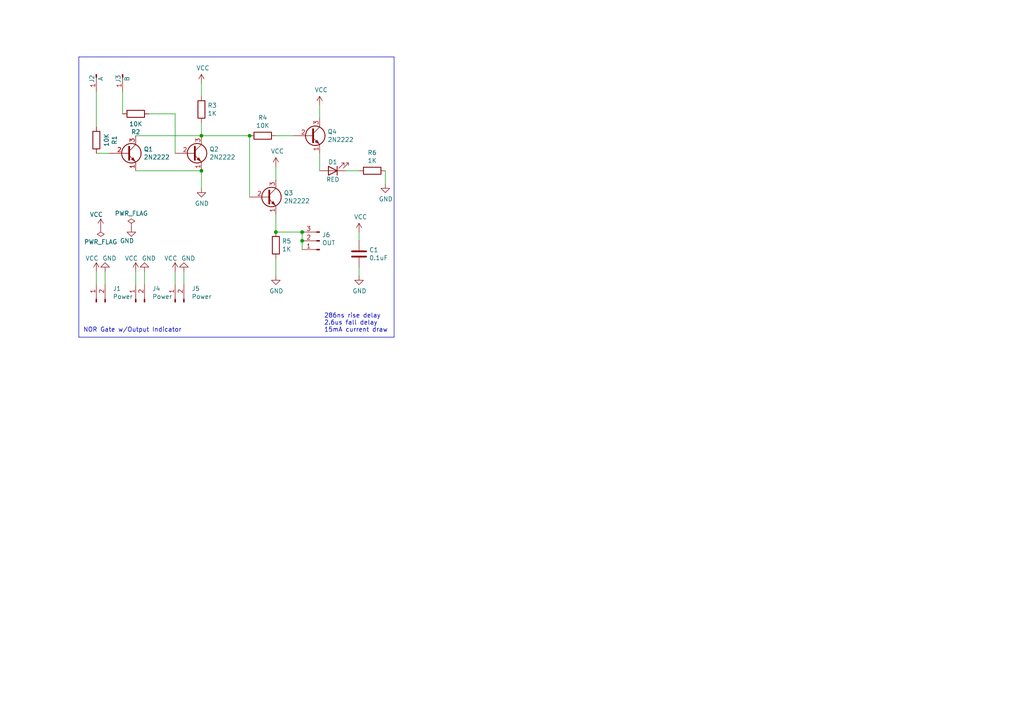
<source format=kicad_sch>
(kicad_sch (version 20230121) (generator eeschema)
  (paper "A4")
  (title_block (title "NOR Gate") (date "2019-12-22") (rev "1"))
  (lib_symbols
    (symbol "2n2222:2N2222" (pin_names (offset 0) hide)
      (property "Reference" "Q" (at 5.08 1.905 0))
      (property "Value" "2N2222" (at 5.08 0 0))
      (symbol "2N2222_0_1"
        (polyline (pts (xy 0.635 0.635) (xy 2.54 2.54)))
        (polyline (pts (xy 0.635 -0.635) (xy 2.54 -2.54) (xy 2.54 -2.54)))
        (polyline (pts (xy 0.635 1.905) (xy 0.635 -1.905) (xy 0.635 -1.905)) (stroke (width 0.508)))
        (polyline (pts (xy 1.27 -1.778) (xy 1.778 -1.27) (xy 2.286 -2.286) (xy 1.27 -1.778) (xy 1.27 -1.778)) (fill (type outline)))
        (circle (center 1.27 0) (radius 2.8194) (stroke (width 0.254)))
      )
      (symbol "2N2222_1_1"
        (pin passive line (at 2.54 -5.08 90) (length 2.54) (name "E") (number "1"))
        (pin passive line (at -5.08 0 0) (length 5.715) (name "B") (number "2"))
        (pin passive line (at 2.54 5.08 270) (length 2.54) (name "C") (number "3"))
      )
    )
    (symbol "Connector:Conn_01x01_Pin" (pin_names (offset 1.016) hide)
      (property "Reference" "J" (at 0 2.54 0))
      (property "Value" "Conn_01x01_Pin" (at 0 -2.54 0))
      (symbol "Conn_01x01_Pin_1_1"
        (polyline (pts (xy 1.27 0) (xy 0.8636 0)) (stroke (width 0.1524)))
        (rectangle (start 0.8636 0.127) (end 0 -0.127) (stroke (width 0.1524)) (fill (type outline)))
        (pin passive line (at 5.08 0 180) (length 3.81) (name "Pin_1") (number "1"))
      )
    )
    (symbol "Connector:Conn_01x02_Pin" (pin_names (offset 1.016) hide)
      (property "Reference" "J" (at 0 2.54 0))
      (property "Value" "Conn_01x02_Pin" (at 0 -5.08 0))
      (symbol "Conn_01x02_Pin_1_1"
        (polyline (pts (xy 1.27 -2.54) (xy 0.8636 -2.54)) (stroke (width 0.1524)))
        (polyline (pts (xy 1.27 0) (xy 0.8636 0)) (stroke (width 0.1524)))
        (rectangle (start 0.8636 -2.413) (end 0 -2.667) (stroke (width 0.1524)) (fill (type outline)))
        (rectangle (start 0.8636 0.127) (end 0 -0.127) (stroke (width 0.1524)) (fill (type outline)))
        (pin passive line (at 5.08 0 180) (length 3.81) (name "Pin_1") (number "1"))
        (pin passive line (at 5.08 -2.54 180) (length 3.81) (name "Pin_2") (number "2"))
      )
    )
    (symbol "Connector:Conn_01x03_Pin" (pin_names (offset 1.016) hide)
      (property "Reference" "J" (at 0 5.08 0))
      (property "Value" "Conn_01x03_Pin" (at 0 -5.08 0))
      (symbol "Conn_01x03_Pin_1_1"
        (polyline (pts (xy 1.27 -2.54) (xy 0.8636 -2.54)) (stroke (width 0.1524)))
        (polyline (pts (xy 1.27 0) (xy 0.8636 0)) (stroke (width 0.1524)))
        (polyline (pts (xy 1.27 2.54) (xy 0.8636 2.54)) (stroke (width 0.1524)))
        (rectangle (start 0.8636 -2.413) (end 0 -2.667) (stroke (width 0.1524)) (fill (type outline)))
        (rectangle (start 0.8636 0.127) (end 0 -0.127) (stroke (width 0.1524)) (fill (type outline)))
        (rectangle (start 0.8636 2.667) (end 0 2.413) (stroke (width 0.1524)) (fill (type outline)))
        (pin passive line (at 5.08 2.54 180) (length 3.81) (name "Pin_1") (number "1"))
        (pin passive line (at 5.08 0 180) (length 3.81) (name "Pin_2") (number "2"))
        (pin passive line (at 5.08 -2.54 180) (length 3.81) (name "Pin_3") (number "3"))
      )
    )
    (symbol "Device:C" (pin_numbers hide) (pin_names (offset 0.254))
      (property "Reference" "C" (at 0.635 2.54 0))
      (property "Value" "C" (at 0.635 -2.54 0))
      (symbol "C_0_1"
        (polyline (pts (xy -2.032 -0.762) (xy 2.032 -0.762)) (stroke (width 0.508)))
        (polyline (pts (xy -2.032 0.762) (xy 2.032 0.762)) (stroke (width 0.508)))
      )
      (symbol "C_1_1"
        (pin passive line (at 0 3.81 270) (length 2.794) (name "~") (number "1"))
        (pin passive line (at 0 -3.81 90) (length 2.794) (name "~") (number "2"))
      )
    )
    (symbol "Device:LED" (pin_numbers hide) (pin_names (offset 1.016) hide)
      (property "Reference" "D" (at 0 2.54 0))
      (property "Value" "LED" (at 0 -2.54 0))
      (symbol "LED_0_1"
        (polyline (pts (xy -1.27 -1.27) (xy -1.27 1.27)) (stroke (width 0.254)))
        (polyline (pts (xy -1.27 0) (xy 1.27 0)))
        (polyline (pts (xy 1.27 -1.27) (xy 1.27 1.27) (xy -1.27 0) (xy 1.27 -1.27)) (stroke (width 0.254)))
        (polyline (pts (xy -3.048 -0.762) (xy -4.572 -2.286) (xy -3.81 -2.286) (xy -4.572 -2.286) (xy -4.572 -1.524)))
        (polyline (pts (xy -1.778 -0.762) (xy -3.302 -2.286) (xy -2.54 -2.286) (xy -3.302 -2.286) (xy -3.302 -1.524)))
      )
      (symbol "LED_1_1"
        (pin passive line (at -3.81 0 0) (length 2.54) (name "K") (number "1"))
        (pin passive line (at 3.81 0 180) (length 2.54) (name "A") (number "2"))
      )
    )
    (symbol "Device:R" (pin_numbers hide) (pin_names (offset 0))
      (property "Reference" "R" (at 2.032 0 90))
      (property "Value" "R" (at 0 0 90))
      (symbol "R_0_1"
        (rectangle (start -1.016 -2.54) (end 1.016 2.54) (stroke (width 0.254)))
      )
      (symbol "R_1_1"
        (pin passive line (at 0 3.81 270) (length 1.27) (name "~") (number "1"))
        (pin passive line (at 0 -3.81 90) (length 1.27) (name "~") (number "2"))
      )
    )
    (symbol "power:GND" (power) (pin_names (offset 0))
      (property "Value" "GND" (at 0 -3.81 0))
      (symbol "GND_0_1"
        (polyline (pts (xy 0 0) (xy 0 -1.27) (xy 1.27 -1.27) (xy 0 -2.54) (xy -1.27 -1.27) (xy 0 -1.27)))
      )
      (symbol "GND_1_1"
        (pin power_in line (at 0 0 270) (length 0) hide (name "GND") (number "1"))
      )
    )
    (symbol "power:PWR_FLAG" (power) (pin_numbers hide) (pin_names (offset 0) hide)
      (property "Value" "PWR_FLAG" (at 0 3.81 0))
      (symbol "PWR_FLAG_0_0"
        (pin power_out line (at 0 0 90) (length 0) (name "pwr") (number "1"))
      )
      (symbol "PWR_FLAG_0_1"
        (polyline (pts (xy 0 0) (xy 0 1.27) (xy -1.016 1.905) (xy 0 2.54) (xy 1.016 1.905) (xy 0 1.27)))
      )
    )
    (symbol "power:VCC" (power) (pin_names (offset 0))
      (property "Value" "VCC" (at 0 3.81 0))
      (symbol "VCC_0_1"
        (polyline (pts (xy -0.762 1.27) (xy 0 2.54)))
        (polyline (pts (xy 0 0) (xy 0 2.54)))
        (polyline (pts (xy 0 2.54) (xy 0.762 1.27)))
      )
      (symbol "VCC_1_1"
        (pin power_in line (at 0 0 90) (length 0) hide (name "VCC") (number "1"))
      )
    )
  )
  (junction (at 87.63 67.31))
  (junction (at 87.63 69.85))
  (junction (at 80.01 67.31))
  (junction (at 58.42 39.37))
  (junction (at 58.42 49.53))
  (junction (at 72.39 39.37))
  (polyline (pts (xy 114.3 16.51) (xy 22.86 16.51)))
  (wire (pts (xy 72.39 57.15) (xy 72.39 39.37)))
  (wire (pts (xy 80.01 52.07) (xy 80.01 48.26)))
  (wire (pts (xy 27.94 44.45) (xy 31.75 44.45)))
  (wire (pts (xy 27.94 26.67) (xy 27.94 36.83)))
  (polyline (pts (xy 114.3 97.79) (xy 114.3 16.51)))
  (wire (pts (xy 58.42 49.53) (xy 58.42 54.61)))
  (wire (pts (xy 80.01 39.37) (xy 85.09 39.37)))
  (wire (pts (xy 80.01 80.01) (xy 80.01 74.93)))
  (wire (pts (xy 39.37 49.53) (xy 58.42 49.53)))
  (wire (pts (xy 87.63 67.31) (xy 87.63 69.85)))
  (wire (pts (xy 80.01 67.31) (xy 80.01 62.23)))
  (wire (pts (xy 43.18 33.02) (xy 50.8 33.02)))
  (wire (pts (xy 58.42 35.56) (xy 58.42 39.37)))
  (wire (pts (xy 50.8 78.74) (xy 50.8 82.55)))
  (wire (pts (xy 41.91 82.55) (xy 41.91 78.74)))
  (wire (pts (xy 30.48 82.55) (xy 30.48 78.74)))
  (wire (pts (xy 104.14 67.31) (xy 104.14 69.85)))
  (wire (pts (xy 92.71 34.29) (xy 92.71 30.48)))
  (polyline (pts (xy 22.86 16.51) (xy 22.86 97.79)))
  (wire (pts (xy 39.37 78.74) (xy 39.37 82.55)))
  (polyline (pts (xy 22.86 97.79) (xy 114.3 97.79)))
  (wire (pts (xy 104.14 77.47) (xy 104.14 80.01)))
  (wire (pts (xy 50.8 33.02) (xy 50.8 44.45)))
  (wire (pts (xy 58.42 27.94) (xy 58.42 24.13)))
  (wire (pts (xy 53.34 82.55) (xy 53.34 78.74)))
  (wire (pts (xy 92.71 44.45) (xy 92.71 49.53)))
  (wire (pts (xy 87.63 69.85) (xy 87.63 72.39)))
  (wire (pts (xy 80.01 67.31) (xy 87.63 67.31)))
  (wire (pts (xy 39.37 39.37) (xy 58.42 39.37)))
  (wire (pts (xy 111.76 49.53) (xy 111.76 53.34)))
  (wire (pts (xy 100.33 49.53) (xy 104.14 49.53)))
  (wire (pts (xy 72.39 39.37) (xy 58.42 39.37)))
  (wire (pts (xy 35.56 26.67) (xy 35.56 33.02)))
  (wire (pts (xy 27.94 82.55) (xy 27.94 78.74)))
  (text "NOR Gate w/Output Indicator" (at 24.13 96.52 0) (effects (font (size 1.27 1.27)) (justify left bottom)))
  (text "286ns rise delay\n2.6us fall delay\n15mA current draw" (at 93.98 96.52 0) (effects (font (size 1.27 1.27)) (justify left bottom)))
  (symbol (lib_id "Connector:Conn_01x01_Pin") (at 27.94 21.59 270) (unit 1)
    (property "Reference" "J2" (at 26.67 22.86 0))
    (property "Value" "A" (at 29.21 22.86 0))
    (property "Footprint" "Connector_PinHeader_2.54mm:PinHeader_1x01_P2.54mm_Vertical" (effects hide))
  )
  (symbol (lib_id "Connector:Conn_01x01_Pin") (at 35.56 21.59 270) (unit 1)
    (property "Reference" "J3" (at 34.29 22.86 0))
    (property "Value" "B" (at 36.83 22.86 0))
    (property "Footprint" "Connector_PinHeader_2.54mm:PinHeader_1x01_P2.54mm_Vertical" (effects hide))
  )
  (symbol (lib_id "Device:R") (at 27.94 40.64 180) (unit 1)
    (property "Reference" "R1" (at 33.1978 40.64 90))
    (property "Value" "10K" (at 30.8864 40.64 90))
    (property "Footprint" "Resistor_THT:R_Axial_DIN0309_L9.0mm_D3.2mm_P12.70mm_Horizontal" (effects hide))
  )
  (symbol (lib_id "Device:R") (at 39.37 33.02 90) (unit 1)
    (property "Reference" "R2" (at 39.37 38.2778 90))
    (property "Value" "10K" (at 39.37 35.9664 90))
    (property "Footprint" "Resistor_THT:R_Axial_DIN0309_L9.0mm_D3.2mm_P12.70mm_Horizontal" (effects hide))
  )
  (symbol (lib_id "2n2222:2N2222") (at 36.83 44.45 0) (unit 1)
    (property "Reference" "Q1" (at 41.656 43.2816 0) (effects (justify left)))
    (property "Value" "2N2222" (at 41.656 45.593 0) (effects (justify left)))
    (property "Footprint" "Package_TO_SOT_THT:TO-92_Inline" (effects hide))
    (property "Datasheet" "https://www.fairchildsemi.com/datasheets/2N/2N3904.pdf" (effects hide))
  )
  (symbol (lib_id "power:VCC") (at 104.14 67.31 0) (unit 1)
    (property "Reference" "#PWR01" (effects hide))
    (property "Value" "VCC" (at 104.5718 62.9158 0))
  )
  (symbol (lib_id "2n2222:2N2222") (at 55.88 44.45 0) (unit 1)
    (property "Reference" "Q2" (at 60.706 43.2816 0) (effects (justify left)))
    (property "Value" "2N2222" (at 60.706 45.593 0) (effects (justify left)))
    (property "Footprint" "Package_TO_SOT_THT:TO-92_Inline" (effects hide))
    (property "Datasheet" "https://www.fairchildsemi.com/datasheets/2N/2N3904.pdf" (effects hide))
  )
  (symbol (lib_id "power:GND") (at 58.42 54.61 0) (unit 1)
    (property "Reference" "#PWR0101" (effects hide))
    (property "Value" "GND" (at 58.547 59.0042 0))
  )
  (symbol (lib_id "power:VCC") (at 58.42 24.13 0) (unit 1)
    (property "Reference" "#PWR0102" (effects hide))
    (property "Value" "VCC" (at 58.8518 19.7358 0))
  )
  (symbol (lib_id "Device:C") (at 104.14 73.66 0) (unit 1)
    (property "Reference" "C1" (at 107.061 72.4916 0) (effects (justify left)))
    (property "Value" "0.1uF" (at 107.061 74.803 0) (effects (justify left)))
    (property "Footprint" "Capacitor_THT:C_Disc_D4.3mm_W1.9mm_P5.00mm" (effects hide))
  )
  (symbol (lib_id "power:GND") (at 104.14 80.01 0) (unit 1)
    (property "Reference" "#PWR02" (effects hide))
    (property "Value" "GND" (at 104.267 84.4042 0))
  )
  (symbol (lib_id "Device:R") (at 58.42 31.75 0) (unit 1)
    (property "Reference" "R3" (at 60.198 30.5816 0) (effects (justify left)))
    (property "Value" "1K" (at 60.198 32.893 0) (effects (justify left)))
    (property "Footprint" "Resistor_THT:R_Axial_DIN0309_L9.0mm_D3.2mm_P12.70mm_Horizontal" (effects hide))
  )
  (symbol (lib_id "Device:R") (at 76.2 39.37 270) (unit 1)
    (property "Reference" "R4" (at 76.2 34.1122 90))
    (property "Value" "10K" (at 76.2 36.4236 90))
    (property "Footprint" "Resistor_THT:R_Axial_DIN0309_L9.0mm_D3.2mm_P12.70mm_Horizontal" (effects hide))
  )
  (symbol (lib_id "2n2222:2N2222") (at 90.17 39.37 0) (unit 1)
    (property "Reference" "Q4" (at 94.996 38.2016 0) (effects (justify left)))
    (property "Value" "2N2222" (at 94.996 40.513 0) (effects (justify left)))
    (property "Footprint" "Package_TO_SOT_THT:TO-92_Inline" (effects hide))
    (property "Datasheet" "https://www.fairchildsemi.com/datasheets/2N/2N3904.pdf" (effects hide))
  )
  (symbol (lib_id "power:VCC") (at 92.71 30.48 0) (unit 1)
    (property "Reference" "#PWR0103" (effects hide))
    (property "Value" "VCC" (at 93.1418 26.0858 0))
  )
  (symbol (lib_id "Device:LED") (at 96.52 49.53 180) (unit 1)
    (property "Reference" "D1" (at 96.52 46.99 0))
    (property "Value" "RED" (at 96.52 52.07 0))
    (property "Footprint" "LED_THT:LED_D5.0mm" (effects hide))
  )
  (symbol (lib_id "Device:R") (at 107.95 49.53 270) (unit 1)
    (property "Reference" "R6" (at 107.95 44.2722 90))
    (property "Value" "1K" (at 107.95 46.5836 90))
    (property "Footprint" "Resistor_THT:R_Axial_DIN0309_L9.0mm_D3.2mm_P12.70mm_Horizontal" (effects hide))
  )
  (symbol (lib_id "power:GND") (at 111.76 53.34 0) (unit 1)
    (property "Reference" "#PWR0104" (effects hide))
    (property "Value" "GND" (at 111.887 57.7342 0))
  )
  (symbol (lib_id "2n2222:2N2222") (at 77.47 57.15 0) (unit 1)
    (property "Reference" "Q3" (at 82.296 55.9816 0) (effects (justify left)))
    (property "Value" "2N2222" (at 82.296 58.293 0) (effects (justify left)))
    (property "Footprint" "Package_TO_SOT_THT:TO-92_Inline" (effects hide))
    (property "Datasheet" "https://www.fairchildsemi.com/datasheets/2N/2N3904.pdf" (effects hide))
  )
  (symbol (lib_id "power:VCC") (at 80.01 48.26 0) (unit 1)
    (property "Reference" "#PWR0105" (effects hide))
    (property "Value" "VCC" (at 80.4418 43.8658 0))
  )
  (symbol (lib_id "Device:R") (at 80.01 71.12 0) (unit 1)
    (property "Reference" "R5" (at 81.788 69.9516 0) (effects (justify left)))
    (property "Value" "1K" (at 81.788 72.263 0) (effects (justify left)))
    (property "Footprint" "Resistor_THT:R_Axial_DIN0309_L9.0mm_D3.2mm_P12.70mm_Horizontal" (effects hide))
  )
  (symbol (lib_id "power:GND") (at 80.01 80.01 0) (unit 1)
    (property "Reference" "#PWR0106" (effects hide))
    (property "Value" "GND" (at 80.137 84.4042 0))
  )
  (symbol (lib_id "Connector:Conn_01x03_Pin") (at 92.71 69.85 180) (unit 1)
    (property "Reference" "J6" (at 93.4212 68.1228 0) (effects (justify right)))
    (property "Value" "OUT" (at 93.4212 70.4342 0) (effects (justify right)))
    (property "Footprint" "Connector_PinHeader_2.54mm:PinHeader_1x03_P2.54mm_Vertical" (effects hide))
  )
  (symbol (lib_id "Connector:Conn_01x02_Pin") (at 27.94 87.63 90) (unit 1)
    (property "Reference" "J1" (at 32.7152 83.7184 90) (effects (justify right)))
    (property "Value" "Power" (at 32.7152 86.0298 90) (effects (justify right)))
    (property "Footprint" "Connector_PinHeader_2.54mm:PinHeader_1x02_P2.54mm_Vertical" (effects hide))
  )
  (symbol (lib_id "Connector:Conn_01x02_Pin") (at 39.37 87.63 90) (unit 1)
    (property "Reference" "J4" (at 44.1452 83.7184 90) (effects (justify right)))
    (property "Value" "Power" (at 44.1452 86.0298 90) (effects (justify right)))
    (property "Footprint" "Connector_PinHeader_2.54mm:PinHeader_1x02_P2.54mm_Vertical" (effects hide))
  )
  (symbol (lib_id "Connector:Conn_01x02_Pin") (at 50.8 87.63 90) (unit 1)
    (property "Reference" "J5" (at 55.5752 83.7184 90) (effects (justify right)))
    (property "Value" "Power" (at 55.5752 86.0298 90) (effects (justify right)))
    (property "Footprint" "Connector_PinHeader_2.54mm:PinHeader_1x02_P2.54mm_Vertical" (effects hide))
  )
  (symbol (lib_id "power:GND") (at 30.48 78.74 180) (unit 1)
    (property "Reference" "#PWR0107" (effects hide))
    (property "Value" "GND" (at 31.75 74.93 0))
  )
  (symbol (lib_id "power:GND") (at 41.91 78.74 180) (unit 1)
    (property "Reference" "#PWR0108" (effects hide))
    (property "Value" "GND" (at 43.18 74.93 0))
  )
  (symbol (lib_id "power:GND") (at 53.34 78.74 180) (unit 1)
    (property "Reference" "#PWR0109" (effects hide))
    (property "Value" "GND" (at 54.61 74.93 0))
  )
  (symbol (lib_id "power:VCC") (at 50.8 78.74 0) (unit 1)
    (property "Reference" "#PWR0110" (effects hide))
    (property "Value" "VCC" (at 49.53 74.93 0))
  )
  (symbol (lib_id "power:VCC") (at 39.37 78.74 0) (unit 1)
    (property "Reference" "#PWR0111" (effects hide))
    (property "Value" "VCC" (at 38.1 74.93 0))
  )
  (symbol (lib_id "power:VCC") (at 27.94 78.74 0) (unit 1)
    (property "Reference" "#PWR0112" (effects hide))
    (property "Value" "VCC" (at 26.67 74.93 0))
  )
  (symbol (lib_id "power:PWR_FLAG") (at 29.21 66.04 180) (unit 1)
    (property "Reference" "#FLG01" (effects hide))
    (property "Value" "PWR_FLAG" (at 29.21 70.1731 0))
  )
  (symbol (lib_id "power:VCC") (at 29.21 66.04 0) (unit 1)
    (property "Reference" "#PWR03" (effects hide))
    (property "Value" "VCC" (at 27.94 62.23 0))
  )
  (symbol (lib_id "power:PWR_FLAG") (at 38.1 66.04 0) (unit 1)
    (property "Reference" "#FLG02" (effects hide))
    (property "Value" "PWR_FLAG" (at 38.1 61.9069 0))
  )
  (symbol (lib_id "power:GND") (at 38.1 66.04 0) (unit 1)
    (property "Reference" "#PWR04" (effects hide))
    (property "Value" "GND" (at 36.83 69.85 0))
  )
)
</source>
